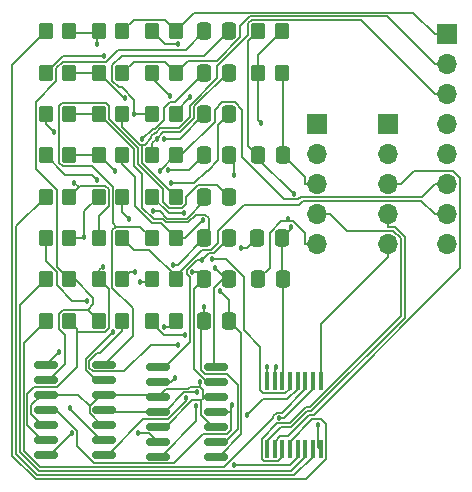
<source format=gbr>
%TF.GenerationSoftware,KiCad,Pcbnew,8.0.4*%
%TF.CreationDate,2024-08-16T22:28:16+02:00*%
%TF.ProjectId,breakout_dac,62726561-6b6f-4757-945f-6461632e6b69,1.1*%
%TF.SameCoordinates,Original*%
%TF.FileFunction,Copper,L1,Top*%
%TF.FilePolarity,Positive*%
%FSLAX46Y46*%
G04 Gerber Fmt 4.6, Leading zero omitted, Abs format (unit mm)*
G04 Created by KiCad (PCBNEW 8.0.4) date 2024-08-16 22:28:16*
%MOMM*%
%LPD*%
G01*
G04 APERTURE LIST*
G04 Aperture macros list*
%AMRoundRect*
0 Rectangle with rounded corners*
0 $1 Rounding radius*
0 $2 $3 $4 $5 $6 $7 $8 $9 X,Y pos of 4 corners*
0 Add a 4 corners polygon primitive as box body*
4,1,4,$2,$3,$4,$5,$6,$7,$8,$9,$2,$3,0*
0 Add four circle primitives for the rounded corners*
1,1,$1+$1,$2,$3*
1,1,$1+$1,$4,$5*
1,1,$1+$1,$6,$7*
1,1,$1+$1,$8,$9*
0 Add four rect primitives between the rounded corners*
20,1,$1+$1,$2,$3,$4,$5,0*
20,1,$1+$1,$4,$5,$6,$7,0*
20,1,$1+$1,$6,$7,$8,$9,0*
20,1,$1+$1,$8,$9,$2,$3,0*%
G04 Aperture macros list end*
%TA.AperFunction,SMDPad,CuDef*%
%ADD10RoundRect,0.150000X0.835000X0.150000X-0.835000X0.150000X-0.835000X-0.150000X0.835000X-0.150000X0*%
%TD*%
%TA.AperFunction,SMDPad,CuDef*%
%ADD11RoundRect,0.250000X-0.350000X-0.450000X0.350000X-0.450000X0.350000X0.450000X-0.350000X0.450000X0*%
%TD*%
%TA.AperFunction,SMDPad,CuDef*%
%ADD12RoundRect,0.250000X-0.337500X-0.475000X0.337500X-0.475000X0.337500X0.475000X-0.337500X0.475000X0*%
%TD*%
%TA.AperFunction,SMDPad,CuDef*%
%ADD13RoundRect,0.150000X-0.835000X-0.150000X0.835000X-0.150000X0.835000X0.150000X-0.835000X0.150000X0*%
%TD*%
%TA.AperFunction,ComponentPad*%
%ADD14R,1.700000X1.700000*%
%TD*%
%TA.AperFunction,ComponentPad*%
%ADD15O,1.700000X1.700000*%
%TD*%
%TA.AperFunction,SMDPad,CuDef*%
%ADD16RoundRect,0.051250X0.153750X-0.733750X0.153750X0.733750X-0.153750X0.733750X-0.153750X-0.733750X0*%
%TD*%
%TA.AperFunction,ViaPad*%
%ADD17C,0.457200*%
%TD*%
%TA.AperFunction,Conductor*%
%ADD18C,0.152400*%
%TD*%
G04 APERTURE END LIST*
D10*
%TO.P,U1,1*%
%TO.N,Net-(C1-Pad2)*%
X76925000Y-127500000D03*
%TO.P,U1,2*%
%TO.N,Net-(C1-Pad1)*%
X76925000Y-126230000D03*
%TO.P,U1,3*%
%TO.N,/VBIAS_DAC*%
X76925000Y-124960000D03*
%TO.P,U1,4*%
%TO.N,/V+DAC*%
X76925000Y-123690000D03*
%TO.P,U1,5*%
%TO.N,/VBIAS_DAC*%
X76925000Y-122420000D03*
%TO.P,U1,6*%
%TO.N,Net-(C2-Pad1)*%
X76925000Y-121150000D03*
%TO.P,U1,7*%
%TO.N,Net-(C2-Pad2)*%
X76925000Y-119880000D03*
%TO.P,U1,8*%
%TO.N,Net-(C3-Pad2)*%
X71975000Y-119880000D03*
%TO.P,U1,9*%
%TO.N,Net-(C3-Pad1)*%
X71975000Y-121150000D03*
%TO.P,U1,10*%
%TO.N,/VBIAS_DAC*%
X71975000Y-122420000D03*
%TO.P,U1,11*%
%TO.N,/V-DAC*%
X71975000Y-123690000D03*
%TO.P,U1,12*%
%TO.N,/VBIAS_DAC*%
X71975000Y-124960000D03*
%TO.P,U1,13*%
%TO.N,Net-(C11-Pad1)*%
X71975000Y-126230000D03*
%TO.P,U1,14*%
%TO.N,Net-(C11-Pad2)*%
X71975000Y-127500000D03*
%TD*%
D11*
%TO.P,R22,1*%
%TO.N,Net-(C11-Pad1)*%
X67000000Y-105500000D03*
%TO.P,R22,2*%
%TO.N,/CVH_DAC*%
X69000000Y-105500000D03*
%TD*%
%TO.P,R20,1*%
%TO.N,Net-(C9-Pad1)*%
X67000000Y-112500000D03*
%TO.P,R20,2*%
%TO.N,/CVF_DAC*%
X69000000Y-112500000D03*
%TD*%
D12*
%TO.P,C9,1*%
%TO.N,Net-(C9-Pad1)*%
X75925000Y-95000000D03*
%TO.P,C9,2*%
%TO.N,Net-(C9-Pad2)*%
X78000000Y-95000000D03*
%TD*%
D11*
%TO.P,R19,1*%
%TO.N,Net-(C8-Pad1)*%
X67000000Y-116000000D03*
%TO.P,R19,2*%
%TO.N,/CVE_DAC*%
X69000000Y-116000000D03*
%TD*%
D12*
%TO.P,C8,1*%
%TO.N,Net-(C8-Pad1)*%
X75925000Y-91500000D03*
%TO.P,C8,2*%
%TO.N,Net-(C8-Pad2)*%
X78000000Y-91500000D03*
%TD*%
D11*
%TO.P,R14,1*%
%TO.N,/VOUTF_DAC*%
X62500000Y-116000000D03*
%TO.P,R14,2*%
%TO.N,Net-(C9-Pad1)*%
X64500000Y-116000000D03*
%TD*%
D13*
%TO.P,U2,1*%
%TO.N,Net-(C8-Pad2)*%
X62500000Y-119730000D03*
%TO.P,U2,2*%
%TO.N,Net-(C8-Pad1)*%
X62500000Y-121000000D03*
%TO.P,U2,3*%
%TO.N,/VBIAS_DAC*%
X62500000Y-122270000D03*
%TO.P,U2,4*%
%TO.N,/V+DAC*%
X62500000Y-123540000D03*
%TO.P,U2,5*%
%TO.N,/VBIAS_DAC*%
X62500000Y-124810000D03*
%TO.P,U2,6*%
%TO.N,Net-(C9-Pad1)*%
X62500000Y-126080000D03*
%TO.P,U2,7*%
%TO.N,Net-(C9-Pad2)*%
X62500000Y-127350000D03*
%TO.P,U2,8*%
%TO.N,Net-(C10-Pad2)*%
X67450000Y-127350000D03*
%TO.P,U2,9*%
%TO.N,Net-(C10-Pad1)*%
X67450000Y-126080000D03*
%TO.P,U2,10*%
%TO.N,/VBIAS_DAC*%
X67450000Y-124810000D03*
%TO.P,U2,11*%
%TO.N,/V-DAC*%
X67450000Y-123540000D03*
%TO.P,U2,12*%
%TO.N,/VBIAS_DAC*%
X67450000Y-122270000D03*
%TO.P,U2,13*%
%TO.N,Net-(C4-Pad1)*%
X67450000Y-121000000D03*
%TO.P,U2,14*%
%TO.N,Net-(C4-Pad2)*%
X67450000Y-119730000D03*
%TD*%
D11*
%TO.P,R18,1*%
%TO.N,/VREF_2V5_DAC*%
X80500000Y-91500000D03*
%TO.P,R18,2*%
%TO.N,/VBIAS_DAC*%
X82500000Y-91500000D03*
%TD*%
%TO.P,R25,1*%
%TO.N,Net-(C10-Pad2)*%
X71500000Y-112500000D03*
%TO.P,R25,2*%
%TO.N,/CVG_DAC*%
X73500000Y-112500000D03*
%TD*%
%TO.P,R1,1*%
%TO.N,/VOUTA_DAC*%
X62500000Y-91500000D03*
%TO.P,R1,2*%
%TO.N,Net-(C1-Pad1)*%
X64500000Y-91500000D03*
%TD*%
D14*
%TO.P,PWRPINS_DAC1,1,Pin_1*%
%TO.N,/V+DAC*%
X85500000Y-99340000D03*
D15*
%TO.P,PWRPINS_DAC1,2,Pin_2*%
%TO.N,/V-DAC*%
X85500000Y-101880000D03*
%TO.P,PWRPINS_DAC1,3,Pin_3*%
%TO.N,GND*%
X85500000Y-104420000D03*
%TO.P,PWRPINS_DAC1,4,Pin_4*%
%TO.N,/VDD_DAC*%
X85500000Y-106960000D03*
%TO.P,PWRPINS_DAC1,5,Pin_5*%
%TO.N,/VREF_2V5_DAC*%
X85500000Y-109500000D03*
%TD*%
D12*
%TO.P,C2,1*%
%TO.N,Net-(C2-Pad1)*%
X75925000Y-112500000D03*
%TO.P,C2,2*%
%TO.N,Net-(C2-Pad2)*%
X78000000Y-112500000D03*
%TD*%
%TO.P,C10,1*%
%TO.N,Net-(C10-Pad1)*%
X75925000Y-98500000D03*
%TO.P,C10,2*%
%TO.N,Net-(C10-Pad2)*%
X78000000Y-98500000D03*
%TD*%
D11*
%TO.P,R17,1*%
%TO.N,/VBIAS_DAC*%
X80500000Y-95000000D03*
%TO.P,R17,2*%
%TO.N,GND*%
X82500000Y-95000000D03*
%TD*%
%TO.P,R8,1*%
%TO.N,Net-(C4-Pad1)*%
X67000000Y-102000000D03*
%TO.P,R8,2*%
%TO.N,/CVD_DAC*%
X69000000Y-102000000D03*
%TD*%
%TO.P,R24,1*%
%TO.N,Net-(C9-Pad2)*%
X71500000Y-102000000D03*
%TO.P,R24,2*%
%TO.N,/CVF_DAC*%
X73500000Y-102000000D03*
%TD*%
%TO.P,R5,1*%
%TO.N,Net-(C1-Pad1)*%
X67000000Y-91500000D03*
%TO.P,R5,2*%
%TO.N,/CVA_DAC*%
X69000000Y-91500000D03*
%TD*%
D12*
%TO.P,C1,1*%
%TO.N,Net-(C1-Pad1)*%
X75925000Y-116000000D03*
%TO.P,C1,2*%
%TO.N,Net-(C1-Pad2)*%
X78000000Y-116000000D03*
%TD*%
D11*
%TO.P,R7,1*%
%TO.N,Net-(C3-Pad1)*%
X67000000Y-98500000D03*
%TO.P,R7,2*%
%TO.N,/CVC_DAC*%
X69000000Y-98500000D03*
%TD*%
%TO.P,R26,1*%
%TO.N,Net-(C11-Pad2)*%
X71500000Y-116000000D03*
%TO.P,R26,2*%
%TO.N,/CVH_DAC*%
X73500000Y-116000000D03*
%TD*%
%TO.P,R4,1*%
%TO.N,/VOUTD_DAC*%
X62500000Y-102000000D03*
%TO.P,R4,2*%
%TO.N,Net-(C4-Pad1)*%
X64500000Y-102000000D03*
%TD*%
%TO.P,R9,1*%
%TO.N,Net-(C1-Pad2)*%
X71500000Y-91500000D03*
%TO.P,R9,2*%
%TO.N,/CVA_DAC*%
X73500000Y-91500000D03*
%TD*%
%TO.P,R16,1*%
%TO.N,/VOUTH_DAC*%
X62500000Y-109000000D03*
%TO.P,R16,2*%
%TO.N,Net-(C11-Pad1)*%
X64500000Y-109000000D03*
%TD*%
%TO.P,R12,1*%
%TO.N,Net-(C4-Pad2)*%
X71500000Y-109000000D03*
%TO.P,R12,2*%
%TO.N,/CVD_DAC*%
X73500000Y-109000000D03*
%TD*%
%TO.P,R13,1*%
%TO.N,/VOUTE_DAC*%
X62500000Y-112500000D03*
%TO.P,R13,2*%
%TO.N,Net-(C8-Pad1)*%
X64500000Y-112500000D03*
%TD*%
%TO.P,R3,1*%
%TO.N,/VOUTC_DAC*%
X62500000Y-98500000D03*
%TO.P,R3,2*%
%TO.N,Net-(C3-Pad1)*%
X64500000Y-98500000D03*
%TD*%
%TO.P,R2,1*%
%TO.N,/VOUTB_DAC*%
X62500000Y-95000000D03*
%TO.P,R2,2*%
%TO.N,Net-(C2-Pad1)*%
X64500000Y-95000000D03*
%TD*%
D12*
%TO.P,C4,1*%
%TO.N,Net-(C4-Pad1)*%
X75925000Y-105500000D03*
%TO.P,C4,2*%
%TO.N,Net-(C4-Pad2)*%
X78000000Y-105500000D03*
%TD*%
%TO.P,C6,1*%
%TO.N,/VREF_2V5_DAC*%
X80500000Y-102000000D03*
%TO.P,C6,2*%
%TO.N,GND*%
X82575000Y-102000000D03*
%TD*%
%TO.P,C11,1*%
%TO.N,Net-(C11-Pad1)*%
X75925000Y-102000000D03*
%TO.P,C11,2*%
%TO.N,Net-(C11-Pad2)*%
X78000000Y-102000000D03*
%TD*%
%TO.P,C7,1*%
%TO.N,/VBIAS_DAC*%
X80425000Y-109000000D03*
%TO.P,C7,2*%
%TO.N,GND*%
X82500000Y-109000000D03*
%TD*%
D11*
%TO.P,R10,1*%
%TO.N,Net-(C2-Pad2)*%
X71500000Y-95000000D03*
%TO.P,R10,2*%
%TO.N,/CVB_DAC*%
X73500000Y-95000000D03*
%TD*%
%TO.P,R15,1*%
%TO.N,/VOUTG_DAC*%
X62500000Y-105500000D03*
%TO.P,R15,2*%
%TO.N,Net-(C10-Pad1)*%
X64500000Y-105500000D03*
%TD*%
D16*
%TO.P,U3,1,~{LDAC}*%
%TO.N,/LDAC_DAC*%
X81225000Y-126870000D03*
%TO.P,U3,2,~{SYNC}*%
%TO.N,/SYNC_DAC*%
X81875000Y-126870000D03*
%TO.P,U3,3,AVDD*%
%TO.N,/VDD_DAC*%
X82525000Y-126870000D03*
%TO.P,U3,4,VOUTA*%
%TO.N,/VOUTA_DAC*%
X83175000Y-126870000D03*
%TO.P,U3,5,VOUTC*%
%TO.N,/VOUTC_DAC*%
X83825000Y-126870000D03*
%TO.P,U3,6,VOUTE*%
%TO.N,/VOUTE_DAC*%
X84475000Y-126870000D03*
%TO.P,U3,7,VOUTG*%
%TO.N,/VOUTG_DAC*%
X85125000Y-126870000D03*
%TO.P,U3,8,VREFIN/VREFOUT*%
%TO.N,/VREF_2V5_DAC*%
X85775000Y-126870000D03*
%TO.P,U3,9,~{CLR}*%
%TO.N,/CLR_DAC*%
X85775000Y-121130000D03*
%TO.P,U3,10,VOUTH*%
%TO.N,/VOUTH_DAC*%
X85125000Y-121130000D03*
%TO.P,U3,11,VOUTF*%
%TO.N,/VOUTF_DAC*%
X84475000Y-121130000D03*
%TO.P,U3,12,VOUTD*%
%TO.N,/VOUTD_DAC*%
X83825000Y-121130000D03*
%TO.P,U3,13,VOUTB*%
%TO.N,/VOUTB_DAC*%
X83175000Y-121130000D03*
%TO.P,U3,14,GND*%
%TO.N,GND*%
X82525000Y-121130000D03*
%TO.P,U3,15,DIN*%
%TO.N,/DIN_DAC*%
X81875000Y-121130000D03*
%TO.P,U3,16,SCLK*%
%TO.N,/SCLK_DAC*%
X81225000Y-121130000D03*
%TD*%
D14*
%TO.P,VOUT_DAC1,1,Pin_1*%
%TO.N,/CVA_DAC*%
X96500000Y-91720000D03*
D15*
%TO.P,VOUT_DAC1,2,Pin_2*%
%TO.N,/CVB_DAC*%
X96500000Y-94260000D03*
%TO.P,VOUT_DAC1,3,Pin_3*%
%TO.N,/CVC_DAC*%
X96500000Y-96800000D03*
%TO.P,VOUT_DAC1,4,Pin_4*%
%TO.N,/CVD_DAC*%
X96500000Y-99340000D03*
%TO.P,VOUT_DAC1,5,Pin_5*%
%TO.N,/CVE_DAC*%
X96500000Y-101880000D03*
%TO.P,VOUT_DAC1,6,Pin_6*%
%TO.N,/CVF_DAC*%
X96500000Y-104420000D03*
%TO.P,VOUT_DAC1,7,Pin_7*%
%TO.N,/CVG_DAC*%
X96500000Y-106960000D03*
%TO.P,VOUT_DAC1,8,Pin_8*%
%TO.N,/CVH_DAC*%
X96500000Y-109500000D03*
%TD*%
D11*
%TO.P,R21,1*%
%TO.N,Net-(C10-Pad1)*%
X67000000Y-109000000D03*
%TO.P,R21,2*%
%TO.N,/CVG_DAC*%
X69000000Y-109000000D03*
%TD*%
%TO.P,R6,1*%
%TO.N,Net-(C2-Pad1)*%
X67000000Y-95000000D03*
%TO.P,R6,2*%
%TO.N,/CVB_DAC*%
X69000000Y-95000000D03*
%TD*%
D12*
%TO.P,C5,1*%
%TO.N,/VREF_2V5_DAC*%
X80500000Y-112500000D03*
%TO.P,C5,2*%
%TO.N,GND*%
X82575000Y-112500000D03*
%TD*%
D11*
%TO.P,R23,1*%
%TO.N,Net-(C8-Pad2)*%
X71500000Y-98500000D03*
%TO.P,R23,2*%
%TO.N,/CVE_DAC*%
X73500000Y-98500000D03*
%TD*%
D14*
%TO.P,SPIPINS_DAC1,1,Pin_1*%
%TO.N,/SCLK_DAC*%
X91500000Y-99340000D03*
D15*
%TO.P,SPIPINS_DAC1,2,Pin_2*%
%TO.N,/DIN_DAC*%
X91500000Y-101880000D03*
%TO.P,SPIPINS_DAC1,3,Pin_3*%
%TO.N,/SYNC_DAC*%
X91500000Y-104420000D03*
%TO.P,SPIPINS_DAC1,4,Pin_4*%
%TO.N,/LDAC_DAC*%
X91500000Y-106960000D03*
%TO.P,SPIPINS_DAC1,5,Pin_5*%
%TO.N,/CLR_DAC*%
X91500000Y-109500000D03*
%TD*%
D11*
%TO.P,R11,1*%
%TO.N,Net-(C3-Pad2)*%
X71500000Y-105500000D03*
%TO.P,R11,2*%
%TO.N,/CVC_DAC*%
X73500000Y-105500000D03*
%TD*%
D12*
%TO.P,C3,1*%
%TO.N,Net-(C3-Pad1)*%
X75925000Y-109000000D03*
%TO.P,C3,2*%
%TO.N,Net-(C3-Pad2)*%
X78000000Y-109000000D03*
%TD*%
D17*
%TO.N,Net-(C1-Pad1)*%
X75867500Y-114866000D03*
X66834900Y-92606100D03*
%TO.N,Net-(C1-Pad2)*%
X73681200Y-92601400D03*
X77226000Y-113453000D03*
%TO.N,Net-(C2-Pad1)*%
X69190200Y-97146200D03*
X74929400Y-111875000D03*
%TO.N,Net-(C2-Pad2)*%
X76816500Y-111509000D03*
X73008500Y-96997200D03*
%TO.N,Net-(C3-Pad2)*%
X74242400Y-106898000D03*
X75719500Y-110854000D03*
%TO.N,Net-(C3-Pad1)*%
X73257400Y-111241000D03*
X73419100Y-120880000D03*
%TO.N,Net-(C4-Pad1)*%
X68192400Y-116957000D03*
X68352100Y-103352000D03*
X71607900Y-106722000D03*
%TO.N,GND*%
X83267700Y-108043000D03*
%TO.N,/VREF_2V5_DAC*%
X83493000Y-105260000D03*
X85584100Y-124822000D03*
X83019400Y-107421000D03*
%TO.N,/VBIAS_DAC*%
X80727200Y-99246700D03*
X79068700Y-109869000D03*
X75540000Y-121224000D03*
%TO.N,Net-(C8-Pad2)*%
X63645800Y-118635000D03*
X70007000Y-98498800D03*
%TO.N,Net-(C9-Pad2)*%
X64708300Y-125507000D03*
X71882600Y-100573000D03*
%TO.N,Net-(C9-Pad1)*%
X70688800Y-100648000D03*
X67331300Y-111408000D03*
%TO.N,Net-(C10-Pad1)*%
X64918700Y-104328000D03*
X72532300Y-100574000D03*
X64575900Y-123358000D03*
%TO.N,Net-(C10-Pad2)*%
X73120800Y-104343000D03*
X70513000Y-112699000D03*
X74402000Y-122546000D03*
%TO.N,Net-(C11-Pad2)*%
X75206800Y-123192000D03*
X78405100Y-103653000D03*
X74264500Y-117217000D03*
%TO.N,Net-(C11-Pad1)*%
X72845200Y-103260000D03*
X65781500Y-108878000D03*
X70273800Y-125508000D03*
%TO.N,/V-DAC*%
X75344700Y-122068000D03*
%TO.N,/V+DAC*%
X78281200Y-123156000D03*
%TO.N,/VOUTB_DAC*%
X67478700Y-93568600D03*
X76592600Y-110782000D03*
%TO.N,/VOUTC_DAC*%
X78440600Y-128230000D03*
X63185400Y-100014000D03*
%TO.N,/VOUTD_DAC*%
X79537900Y-123989000D03*
X66872400Y-104097000D03*
%TO.N,/CVD_DAC*%
X75824700Y-107491000D03*
%TO.N,/VOUTH_DAC*%
X66001100Y-114296000D03*
X82240200Y-124229000D03*
%TO.N,/CVE_DAC*%
X74758700Y-97088400D03*
X73722300Y-118034000D03*
%TO.N,/CVF_DAC*%
X70042600Y-111840000D03*
X72152200Y-103304000D03*
%TO.N,/CVH_DAC*%
X69582800Y-107397000D03*
X72491800Y-116498000D03*
%TO.N,/DIN_DAC*%
X81969800Y-119955000D03*
%TO.N,/SCLK_DAC*%
X81251400Y-119933000D03*
%TD*%
D18*
%TO.N,Net-(C1-Pad1)*%
X76012600Y-120515000D02*
X77860700Y-120515000D01*
X78748400Y-121403000D02*
X78748400Y-125164000D01*
X75925000Y-116000000D02*
X75684900Y-116240000D01*
X77860700Y-120515000D02*
X78748400Y-121403000D01*
X75925000Y-114923000D02*
X75867500Y-114866000D01*
X75684900Y-116240000D02*
X75684900Y-120187000D01*
X75684900Y-120187000D02*
X76012600Y-120515000D01*
X66834900Y-91622900D02*
X66834900Y-92606100D01*
X77682000Y-126230000D02*
X76925000Y-126230000D01*
X64500000Y-91500000D02*
X64622900Y-91622900D01*
X66877100Y-91622900D02*
X67000000Y-91500000D01*
X66834900Y-91622900D02*
X66877100Y-91622900D01*
X75925000Y-116000000D02*
X75925000Y-114923000D01*
X64622900Y-91622900D02*
X66834900Y-91622900D01*
X78748400Y-125164000D02*
X77682000Y-126230000D01*
%TO.N,Net-(C1-Pad2)*%
X71500000Y-91500000D02*
X72601400Y-92601400D01*
X72601400Y-92601400D02*
X73681200Y-92601400D01*
X78000000Y-114227000D02*
X77226000Y-113453000D01*
X78000000Y-116002000D02*
X79061100Y-117063000D01*
X79061100Y-125631000D02*
X77192300Y-127500000D01*
X78000000Y-116000000D02*
X78000000Y-116002000D01*
X77192300Y-127500000D02*
X76925000Y-127500000D01*
X78000000Y-116000000D02*
X78000000Y-114227000D01*
X79061100Y-117063000D02*
X79061100Y-125631000D01*
%TO.N,Net-(C2-Pad1)*%
X64500000Y-95000000D02*
X67000000Y-95000000D01*
X74929400Y-111875000D02*
X75299800Y-111875000D01*
X75087500Y-113338000D02*
X75087500Y-120116000D01*
X75925000Y-112500000D02*
X75087500Y-113338000D01*
X76121800Y-121150000D02*
X76925000Y-121150000D01*
X67000000Y-95000000D02*
X69146200Y-97146200D01*
X75299800Y-111875000D02*
X75925000Y-112500000D01*
X69146200Y-97146200D02*
X69190200Y-97146200D01*
X75087500Y-120116000D02*
X76121800Y-121150000D01*
%TO.N,Net-(C2-Pad2)*%
X73008500Y-96997200D02*
X71500000Y-95488700D01*
X78000000Y-112500000D02*
X77530400Y-112500000D01*
X71500000Y-95488700D02*
X71500000Y-95000000D01*
X77530400Y-112223000D02*
X76816500Y-111509000D01*
X77530400Y-112500000D02*
X77530400Y-112223000D01*
X76767100Y-119722000D02*
X76925000Y-119880000D01*
X77530400Y-112500000D02*
X76767100Y-113263000D01*
X76767100Y-113263000D02*
X76767100Y-119722000D01*
%TO.N,Net-(C3-Pad2)*%
X75301100Y-110854000D02*
X75719500Y-110854000D01*
X74470500Y-111685000D02*
X75301100Y-110854000D01*
X76296000Y-110278000D02*
X75719500Y-110854000D01*
X74470500Y-112065000D02*
X74470500Y-111685000D01*
X71500000Y-105500000D02*
X72898100Y-106898000D01*
X74723400Y-117759000D02*
X74723400Y-112318000D01*
X72898100Y-106898000D02*
X74242400Y-106898000D01*
X76722300Y-110278000D02*
X76296000Y-110278000D01*
X71975000Y-119880000D02*
X72602000Y-119880000D01*
X72602000Y-119880000D02*
X74723400Y-117759000D01*
X78000000Y-109000000D02*
X76722300Y-110278000D01*
X74723400Y-112318000D02*
X74470500Y-112065000D01*
%TO.N,Net-(C3-Pad1)*%
X70656300Y-106426000D02*
X70656300Y-103577000D01*
X72676900Y-107664000D02*
X72425900Y-107413000D01*
X73683800Y-111241000D02*
X73257400Y-111241000D01*
X75925000Y-109000000D02*
X73683800Y-111241000D01*
X64500000Y-98500000D02*
X67000000Y-98500000D01*
X72425900Y-107413000D02*
X71642600Y-107413000D01*
X70656300Y-103577000D02*
X69938900Y-102859000D01*
X69938900Y-102859000D02*
X69938900Y-101439000D01*
X75925000Y-109000000D02*
X76303900Y-108621000D01*
X75190900Y-107032000D02*
X74559500Y-107664000D01*
X76303900Y-108621000D02*
X76303900Y-107321000D01*
X76014800Y-107032000D02*
X75190900Y-107032000D01*
X69938900Y-101439000D02*
X67000000Y-98500000D01*
X71975000Y-121150000D02*
X73149500Y-121150000D01*
X76303900Y-107321000D02*
X76014800Y-107032000D01*
X71642600Y-107413000D02*
X70656300Y-106426000D01*
X73149500Y-121150000D02*
X73419100Y-120880000D01*
X74559500Y-107664000D02*
X72676900Y-107664000D01*
%TO.N,Net-(C4-Pad2)*%
X68149700Y-113218000D02*
X68149700Y-108351000D01*
X63950800Y-102931000D02*
X66418100Y-102931000D01*
X78000000Y-105500000D02*
X77043700Y-104544000D01*
X68149700Y-108351000D02*
X68475400Y-108026000D01*
X74394000Y-106086000D02*
X74045800Y-106435000D01*
X72392100Y-104879000D02*
X70275500Y-102762000D01*
X69860700Y-114929000D02*
X68149700Y-113218000D01*
X74045800Y-106435000D02*
X72910500Y-106435000D01*
X63909200Y-97554500D02*
X63664900Y-97798800D01*
X70525500Y-108026000D02*
X71500000Y-109000000D01*
X70275500Y-102762000D02*
X70275500Y-101332000D01*
X75360900Y-104544000D02*
X74394000Y-105511000D01*
X74394000Y-105511000D02*
X74394000Y-106086000D01*
X67450000Y-119730000D02*
X69860700Y-117319000D01*
X77043700Y-104544000D02*
X75360900Y-104544000D01*
X63664900Y-102645000D02*
X63950800Y-102931000D01*
X68158300Y-107708000D02*
X68475400Y-108026000D01*
X68158300Y-104672000D02*
X68158300Y-107708000D01*
X66418100Y-102931000D02*
X68158300Y-104672000D01*
X69860700Y-117319000D02*
X69860700Y-114929000D01*
X72910500Y-106435000D02*
X72392100Y-105916000D01*
X63664900Y-97798800D02*
X63664900Y-102645000D01*
X67859300Y-98915700D02*
X67859300Y-97848500D01*
X67859300Y-97848500D02*
X67565300Y-97554500D01*
X67565300Y-97554500D02*
X63909200Y-97554500D01*
X68475400Y-108026000D02*
X70525500Y-108026000D01*
X70275500Y-101332000D02*
X67859300Y-98915700D01*
X72392100Y-105916000D02*
X72392100Y-104879000D01*
%TO.N,Net-(C4-Pad1)*%
X64500000Y-102000000D02*
X67000000Y-102000000D01*
X75925000Y-105500000D02*
X75925000Y-105865000D01*
X65896000Y-119253000D02*
X68192400Y-116957000D01*
X75925000Y-105865000D02*
X74432500Y-107357000D01*
X72168600Y-106722000D02*
X71607900Y-106722000D01*
X72803900Y-107357000D02*
X72168600Y-106722000D01*
X67450000Y-121000000D02*
X66750000Y-121000000D01*
X67000000Y-102000000D02*
X68352100Y-103352000D01*
X74432500Y-107357000D02*
X72803900Y-107357000D01*
X65896000Y-120146000D02*
X65896000Y-119253000D01*
X66750000Y-121000000D02*
X65896000Y-120146000D01*
%TO.N,GND*%
X84419700Y-104420000D02*
X84419700Y-103845000D01*
X82500000Y-112425000D02*
X82500000Y-109000000D01*
X82500000Y-95000000D02*
X82575000Y-95075000D01*
X84419700Y-103845000D02*
X82575000Y-102000000D01*
X82575000Y-112500000D02*
X82500000Y-112425000D01*
X82575000Y-112500000D02*
X82575000Y-121080000D01*
X82500000Y-109000000D02*
X83267700Y-108232000D01*
X85500000Y-104420000D02*
X84419700Y-104420000D01*
X82575000Y-121080000D02*
X82525000Y-121130000D01*
X82575000Y-95075000D02*
X82575000Y-102000000D01*
X83267700Y-108232000D02*
X83267700Y-108043000D01*
%TO.N,/VREF_2V5_DAC*%
X85584100Y-126679000D02*
X85584100Y-124822000D01*
X81462500Y-111538000D02*
X80500000Y-112500000D01*
X84419700Y-109500000D02*
X84419700Y-108540000D01*
X80500000Y-102000000D02*
X79668200Y-101168000D01*
X83019400Y-107530000D02*
X82463000Y-107530000D01*
X83019400Y-107530000D02*
X83019400Y-107421000D01*
X82463000Y-107530000D02*
X81462500Y-108530000D01*
X81462500Y-108530000D02*
X81462500Y-111538000D01*
X85500000Y-109500000D02*
X84419700Y-109500000D01*
X79668200Y-92331800D02*
X80500000Y-91500000D01*
X83493000Y-105260000D02*
X80500000Y-102267000D01*
X83409400Y-107530000D02*
X83019400Y-107530000D01*
X85775000Y-126870000D02*
X85584100Y-126679000D01*
X79668200Y-101168000D02*
X79668200Y-92331800D01*
X80500000Y-102267000D02*
X80500000Y-102000000D01*
X84419700Y-108540000D02*
X83409400Y-107530000D01*
%TO.N,/VBIAS_DAC*%
X66224900Y-123841000D02*
X67193600Y-124810000D01*
X61271700Y-123168000D02*
X61271700Y-123856000D01*
X62225600Y-124810000D02*
X62500000Y-124810000D01*
X72678400Y-124960000D02*
X71975000Y-124960000D01*
X71825000Y-122270000D02*
X71975000Y-122420000D01*
X79068700Y-109869000D02*
X79556400Y-109869000D01*
X72653500Y-121742000D02*
X71975000Y-122420000D01*
X74911300Y-122727000D02*
X72678400Y-124960000D01*
X80500000Y-93500000D02*
X82500000Y-91500000D01*
X79556400Y-109869000D02*
X80425000Y-109000000D01*
X74558400Y-121742000D02*
X72653500Y-121742000D01*
X75811500Y-122606000D02*
X75690300Y-122727000D01*
X67190700Y-122270000D02*
X67450000Y-122270000D01*
X75540000Y-121589000D02*
X75540000Y-121224000D01*
X74711300Y-121589000D02*
X74558400Y-121742000D01*
X76658400Y-124960000D02*
X75690300Y-123992000D01*
X76925000Y-124960000D02*
X76658400Y-124960000D01*
X75690300Y-122727000D02*
X74911300Y-122727000D01*
X75811500Y-122420000D02*
X76925000Y-122420000D01*
X66224900Y-123236000D02*
X67190700Y-122270000D01*
X75690300Y-123992000D02*
X75690300Y-122727000D01*
X66224900Y-123236000D02*
X65259100Y-122270000D01*
X62170200Y-122270000D02*
X61271700Y-123168000D01*
X75811500Y-122420000D02*
X75811500Y-122606000D01*
X66224900Y-123236000D02*
X66224900Y-123841000D01*
X80727200Y-99246700D02*
X80500000Y-99019500D01*
X65259100Y-122270000D02*
X62500000Y-122270000D01*
X80500000Y-99019500D02*
X80500000Y-95000000D01*
X61271700Y-123856000D02*
X62225600Y-124810000D01*
X75540000Y-121589000D02*
X74711300Y-121589000D01*
X67193600Y-124810000D02*
X67450000Y-124810000D01*
X67450000Y-122270000D02*
X71825000Y-122270000D01*
X75811500Y-122420000D02*
X75811500Y-121860000D01*
X75811500Y-121860000D02*
X75540000Y-121589000D01*
X80500000Y-95000000D02*
X80500000Y-93500000D01*
X62500000Y-122270000D02*
X62170200Y-122270000D01*
%TO.N,Net-(C8-Pad2)*%
X62550500Y-119730000D02*
X63645800Y-118635000D01*
X68145900Y-94361400D02*
X68145900Y-95669400D01*
X68704200Y-96227700D02*
X68938200Y-96227700D01*
X68145900Y-95669400D02*
X68704200Y-96227700D01*
X75928500Y-93571500D02*
X68935800Y-93571500D01*
X70007000Y-98498800D02*
X71498800Y-98498800D01*
X78000000Y-91500000D02*
X75928500Y-93571500D01*
X68935800Y-93571500D02*
X68145900Y-94361400D01*
X70007000Y-97296500D02*
X70007000Y-98498800D01*
X68938200Y-96227700D02*
X70007000Y-97296500D01*
X71498800Y-98498800D02*
X71500000Y-98500000D01*
X62500000Y-119730000D02*
X62550500Y-119730000D01*
%TO.N,Net-(C8-Pad1)*%
X63585100Y-115396000D02*
X63929900Y-115051000D01*
X61648900Y-103148000D02*
X61648900Y-97458100D01*
X61648900Y-97458100D02*
X63392100Y-95714900D01*
X63432400Y-111432000D02*
X63432400Y-104931000D01*
X66486300Y-114043000D02*
X64943200Y-112500000D01*
X63585100Y-116692000D02*
X63585100Y-115396000D01*
X64943200Y-112500000D02*
X64500000Y-112500000D01*
X66486300Y-114615000D02*
X66486300Y-114043000D01*
X74346900Y-93078100D02*
X75925000Y-91500000D01*
X63929900Y-115051000D02*
X66050700Y-115051000D01*
X63392100Y-95714900D02*
X63392100Y-94610200D01*
X63392100Y-94610200D02*
X63945200Y-94057100D01*
X67641100Y-94057100D02*
X68620100Y-93078100D01*
X62500000Y-121000000D02*
X62807500Y-121000000D01*
X68620100Y-93078100D02*
X74346900Y-93078100D01*
X64114100Y-117221000D02*
X63585100Y-116692000D01*
X62807500Y-121000000D02*
X64114100Y-119693000D01*
X64500000Y-112500000D02*
X63432400Y-111432000D01*
X63432400Y-104931000D02*
X61648900Y-103148000D01*
X64114100Y-119693000D02*
X64114100Y-117221000D01*
X66050700Y-115051000D02*
X67000000Y-116000000D01*
X66050700Y-115051000D02*
X66486300Y-114615000D01*
X63945200Y-94057100D02*
X67641100Y-94057100D01*
%TO.N,Net-(C9-Pad2)*%
X75071500Y-97858100D02*
X75071500Y-98858700D01*
X73902200Y-100028000D02*
X72427800Y-100028000D01*
X62500000Y-127350000D02*
X62865300Y-127350000D01*
X71882600Y-100573000D02*
X71500000Y-100956000D01*
X72427800Y-100028000D02*
X71882600Y-100573000D01*
X62865300Y-127350000D02*
X64708300Y-125507000D01*
X77929500Y-95000000D02*
X77929500Y-95000100D01*
X71500000Y-100956000D02*
X71500000Y-102000000D01*
X77929500Y-95000100D02*
X75071500Y-97858100D01*
X78000000Y-95000000D02*
X77929500Y-95000000D01*
X75071500Y-98858700D02*
X73902200Y-100028000D01*
%TO.N,Net-(C9-Pad1)*%
X61501600Y-121635000D02*
X63454400Y-121635000D01*
X65179100Y-116934000D02*
X67558800Y-116934000D01*
X67000000Y-111740000D02*
X67331300Y-111408000D01*
X62500000Y-126080000D02*
X62229000Y-126080000D01*
X63454400Y-121635000D02*
X65179100Y-119910000D01*
X75925000Y-95000000D02*
X73468900Y-97456100D01*
X67000000Y-112500000D02*
X67000000Y-111740000D01*
X73059900Y-97456100D02*
X72500000Y-98016000D01*
X62229000Y-126080000D02*
X60952800Y-124804000D01*
X72500000Y-99003300D02*
X71717200Y-99786100D01*
X60952800Y-124804000D02*
X60952800Y-122184000D01*
X65179100Y-116934000D02*
X65179100Y-116679000D01*
X67842500Y-113342000D02*
X67000000Y-112500000D01*
X65179100Y-116679000D02*
X64500000Y-116000000D01*
X65179100Y-119910000D02*
X65179100Y-116934000D01*
X67842500Y-116650000D02*
X67842500Y-113342000D01*
X60952800Y-122184000D02*
X61501600Y-121635000D01*
X73468900Y-97456100D02*
X73059900Y-97456100D01*
X71717200Y-99786100D02*
X71550600Y-99786100D01*
X72500000Y-98016000D02*
X72500000Y-99003300D01*
X67558800Y-116934000D02*
X67842500Y-116650000D01*
X71550600Y-99786100D02*
X70688800Y-100648000D01*
%TO.N,Net-(C10-Pad1)*%
X67181200Y-126080000D02*
X64575900Y-123475000D01*
X67839900Y-104859000D02*
X67549200Y-104569000D01*
X75925000Y-98500000D02*
X73850700Y-100574000D01*
X73850700Y-100574000D02*
X72532300Y-100574000D01*
X64575900Y-123475000D02*
X64575900Y-123358000D01*
X65295200Y-104705000D02*
X64918700Y-104328000D01*
X67000000Y-107107000D02*
X67839900Y-106267000D01*
X67549200Y-104569000D02*
X65431300Y-104569000D01*
X65431300Y-104569000D02*
X65295200Y-104705000D01*
X67839900Y-106267000D02*
X67839900Y-104859000D01*
X67000000Y-109000000D02*
X67000000Y-107107000D01*
X65295200Y-104705000D02*
X64500000Y-105500000D01*
X67450000Y-126080000D02*
X67181200Y-126080000D01*
%TO.N,Net-(C10-Pad2)*%
X71301400Y-112699000D02*
X70513000Y-112699000D01*
X78000000Y-98500000D02*
X77115100Y-99384900D01*
X74402000Y-122798000D02*
X74402000Y-122546000D01*
X72875000Y-124325000D02*
X74402000Y-122798000D01*
X77115100Y-99384900D02*
X77115100Y-102404000D01*
X76135300Y-103281000D02*
X75072900Y-104343000D01*
X77115100Y-102404000D02*
X76238800Y-103281000D01*
X67743400Y-127350000D02*
X70768400Y-124325000D01*
X71500000Y-112500000D02*
X71301400Y-112699000D01*
X75072900Y-104343000D02*
X73120800Y-104343000D01*
X67450000Y-127350000D02*
X67743400Y-127350000D01*
X70768400Y-124325000D02*
X72875000Y-124325000D01*
X76238800Y-103281000D02*
X76135300Y-103281000D01*
%TO.N,Net-(C11-Pad2)*%
X78405100Y-102405000D02*
X78405100Y-103653000D01*
X74264500Y-117217000D02*
X72487800Y-117217000D01*
X72487800Y-117217000D02*
X71500000Y-116229000D01*
X72232500Y-127500000D02*
X71975000Y-127500000D01*
X75206800Y-124526000D02*
X72232500Y-127500000D01*
X78000000Y-102000000D02*
X78405100Y-102405000D01*
X75206800Y-123192000D02*
X75206800Y-124526000D01*
X71500000Y-116229000D02*
X71500000Y-116000000D01*
%TO.N,Net-(C11-Pad1)*%
X74665100Y-103260000D02*
X72845200Y-103260000D01*
X71252900Y-125508000D02*
X70273800Y-125508000D01*
X71975000Y-126230000D02*
X71252900Y-125508000D01*
X75925000Y-102000000D02*
X74665100Y-103260000D01*
X65781500Y-106718000D02*
X67000000Y-105500000D01*
X65781500Y-108878000D02*
X65781500Y-106718000D01*
X65659200Y-109000000D02*
X65781500Y-108878000D01*
X64500000Y-109000000D02*
X65659200Y-109000000D01*
%TO.N,/V-DAC*%
X67600000Y-123690000D02*
X67450000Y-123540000D01*
X71975000Y-123690000D02*
X72606300Y-123690000D01*
X71975000Y-123690000D02*
X67600000Y-123690000D01*
X72606300Y-123690000D02*
X74227900Y-122068000D01*
X74227900Y-122068000D02*
X75344700Y-122068000D01*
%TO.N,/V+DAC*%
X78181400Y-123690000D02*
X78181400Y-125270000D01*
X63392700Y-123540000D02*
X62500000Y-123540000D01*
X78181400Y-125270000D02*
X77834100Y-125618000D01*
X75792200Y-125618000D02*
X73373500Y-128036000D01*
X78181400Y-123256000D02*
X78281200Y-123156000D01*
X77834100Y-125618000D02*
X75792200Y-125618000D01*
X66597800Y-128036000D02*
X65168400Y-126607000D01*
X65168400Y-125316000D02*
X63392700Y-123540000D01*
X73373500Y-128036000D02*
X66597800Y-128036000D01*
X65168400Y-126607000D02*
X65168400Y-125316000D01*
X78181400Y-123690000D02*
X78181400Y-123256000D01*
X76925000Y-123690000D02*
X78181400Y-123690000D01*
%TO.N,/VDD_DAC*%
X80789500Y-125984000D02*
X82086000Y-124688000D01*
X84875700Y-123333000D02*
X92593700Y-115615000D01*
X91931700Y-108360000D02*
X87980400Y-108360000D01*
X82158100Y-127905000D02*
X80952800Y-127905000D01*
X92593700Y-109022000D02*
X91931700Y-108360000D01*
X84533800Y-123333000D02*
X84875700Y-123333000D01*
X92593700Y-115615000D02*
X92593700Y-109022000D01*
X87980400Y-108360000D02*
X86580300Y-106960000D01*
X83179400Y-124688000D02*
X84533800Y-123333000D01*
X86580300Y-106960000D02*
X85500000Y-106960000D01*
X80789500Y-127742000D02*
X80789500Y-125984000D01*
X80952800Y-127905000D02*
X80789500Y-127742000D01*
X82525000Y-126870000D02*
X82525000Y-127538000D01*
X82086000Y-124688000D02*
X83179400Y-124688000D01*
X82525000Y-127538000D02*
X82158100Y-127905000D01*
%TO.N,/VOUTA_DAC*%
X86220600Y-124723000D02*
X86220600Y-127717000D01*
X61656400Y-129431000D02*
X59660600Y-127435000D01*
X59660600Y-94339400D02*
X62500000Y-91500000D01*
X83175000Y-126870000D02*
X83175000Y-126234000D01*
X59660600Y-127435000D02*
X59660600Y-94339400D01*
X85060300Y-124349000D02*
X85846000Y-124349000D01*
X83175000Y-126234000D02*
X85060300Y-124349000D01*
X84506800Y-129431000D02*
X61656400Y-129431000D01*
X86220600Y-127717000D02*
X84506800Y-129431000D01*
X85846000Y-124349000D02*
X86220600Y-124723000D01*
%TO.N,/VOUTB_DAC*%
X77775300Y-110782000D02*
X76592600Y-110782000D01*
X80626900Y-118196000D02*
X79252400Y-116821000D01*
X79252400Y-112259000D02*
X77775300Y-110782000D01*
X67478700Y-93568600D02*
X63931400Y-93568600D01*
X63931400Y-93568600D02*
X62500000Y-95000000D01*
X83175000Y-121130000D02*
X83175000Y-121778000D01*
X83175000Y-121778000D02*
X82798000Y-122155000D01*
X80626900Y-121900000D02*
X80626900Y-118196000D01*
X79252400Y-116821000D02*
X79252400Y-112259000D01*
X82798000Y-122155000D02*
X80882200Y-122155000D01*
X80882200Y-122155000D02*
X80626900Y-121900000D01*
%TO.N,/VOUTC_DAC*%
X62500000Y-98500000D02*
X62500000Y-99328800D01*
X83825000Y-127578000D02*
X83173300Y-128230000D01*
X62500000Y-99328800D02*
X63185400Y-100014000D01*
X83825000Y-126870000D02*
X83825000Y-127578000D01*
X83173300Y-128230000D02*
X78440600Y-128230000D01*
%TO.N,/VOUTD_DAC*%
X62500000Y-102000000D02*
X64160700Y-103661000D01*
X66436500Y-103661000D02*
X66872400Y-104097000D01*
X79537900Y-123989000D02*
X80871200Y-122656000D01*
X83825000Y-121778000D02*
X83825000Y-121130000D01*
X82946800Y-122656000D02*
X83825000Y-121778000D01*
X80871200Y-122656000D02*
X82946800Y-122656000D01*
X64160700Y-103661000D02*
X66436500Y-103661000D01*
%TO.N,/CVA_DAC*%
X69935500Y-90564500D02*
X69000000Y-91500000D01*
X72564500Y-90564500D02*
X69935500Y-90564500D01*
X95419700Y-91720000D02*
X93616700Y-89917000D01*
X96500000Y-91720000D02*
X95419700Y-91720000D01*
X93616700Y-89917000D02*
X75083000Y-89917000D01*
X73500000Y-91500000D02*
X72564500Y-90564500D01*
X75083000Y-89917000D02*
X73500000Y-91500000D01*
%TO.N,/CVB_DAC*%
X69935000Y-94065000D02*
X69000000Y-95000000D01*
X73500000Y-95000000D02*
X74515600Y-93984400D01*
X95419700Y-94260000D02*
X96500000Y-94260000D01*
X73500000Y-95000000D02*
X72565000Y-94065000D01*
X74515600Y-93984400D02*
X77008600Y-93984400D01*
X78981700Y-91085300D02*
X79839700Y-90227300D01*
X78981700Y-92011300D02*
X78981700Y-91085300D01*
X91387000Y-90227300D02*
X95419700Y-94260000D01*
X72565000Y-94065000D02*
X69935000Y-94065000D01*
X77008600Y-93984400D02*
X78981700Y-92011300D01*
X79839700Y-90227300D02*
X91387000Y-90227300D01*
%TO.N,/CVC_DAC*%
X89167100Y-90547400D02*
X79953100Y-90547400D01*
X73775200Y-99721500D02*
X72215300Y-99721500D01*
X70877800Y-101108000D02*
X70632700Y-101108000D01*
X77016600Y-94420700D02*
X77016600Y-95479500D01*
X69000000Y-99610500D02*
X70497400Y-101108000D01*
X79668700Y-90831800D02*
X79668700Y-91768600D01*
X69000000Y-98500000D02*
X69000000Y-99610500D01*
X73500000Y-105500000D02*
X70632700Y-102633000D01*
X77016600Y-95479500D02*
X74713200Y-97782900D01*
X72215300Y-99721500D02*
X71844200Y-100093000D01*
X74713200Y-98783500D02*
X73775200Y-99721500D01*
X95419700Y-96800000D02*
X89167100Y-90547400D01*
X71423700Y-100562000D02*
X70877800Y-101108000D01*
X71423700Y-100383000D02*
X71423700Y-100562000D01*
X79953100Y-90547400D02*
X79668700Y-90831800D01*
X71844200Y-100093000D02*
X71714300Y-100093000D01*
X71714300Y-100093000D02*
X71423700Y-100383000D01*
X70632700Y-102633000D02*
X70632700Y-101108000D01*
X70497400Y-101108000D02*
X70632700Y-101108000D01*
X74713200Y-97782900D02*
X74713200Y-98783500D01*
X96500000Y-96800000D02*
X95419700Y-96800000D01*
X79668700Y-91768600D02*
X77016600Y-94420700D01*
%TO.N,/CVD_DAC*%
X71506600Y-107720000D02*
X70096100Y-106310000D01*
X75824700Y-107491000D02*
X74315800Y-109000000D01*
X73500000Y-109000000D02*
X72220500Y-107720000D01*
X69000000Y-102747000D02*
X69000000Y-102000000D01*
X72220500Y-107720000D02*
X71506600Y-107720000D01*
X74315800Y-109000000D02*
X73500000Y-109000000D01*
X70096100Y-106310000D02*
X70096100Y-103843000D01*
X70096100Y-103843000D02*
X69000000Y-102747000D01*
%TO.N,/VOUTE_DAC*%
X84475000Y-127510000D02*
X83240100Y-128745000D01*
X84475000Y-126870000D02*
X84475000Y-127510000D01*
X61891900Y-128745000D02*
X60292500Y-127146000D01*
X83240100Y-128745000D02*
X61891900Y-128745000D01*
X60292500Y-114708000D02*
X62500000Y-112500000D01*
X60292500Y-127146000D02*
X60292500Y-114708000D01*
%TO.N,/VOUTF_DAC*%
X82493200Y-123770000D02*
X82050200Y-123770000D01*
X60622800Y-117877000D02*
X62500000Y-116000000D01*
X60622800Y-127018000D02*
X60622800Y-117877000D01*
X61977700Y-128373000D02*
X60622800Y-127018000D01*
X81781300Y-124229000D02*
X77636800Y-128373000D01*
X84475000Y-121788000D02*
X82493200Y-123770000D01*
X81781300Y-124039000D02*
X81781300Y-124229000D01*
X82050200Y-123770000D02*
X81781300Y-124039000D01*
X84475000Y-121130000D02*
X84475000Y-121788000D01*
X77636800Y-128373000D02*
X61977700Y-128373000D01*
%TO.N,/VOUTG_DAC*%
X59984500Y-108016000D02*
X62500000Y-105500000D01*
X83556600Y-129082000D02*
X61793500Y-129082000D01*
X85125000Y-127514000D02*
X83556600Y-129082000D01*
X61793500Y-129082000D02*
X59984500Y-127273000D01*
X59984500Y-127273000D02*
X59984500Y-108016000D01*
X85125000Y-126870000D02*
X85125000Y-127514000D01*
%TO.N,/VOUTH_DAC*%
X64765500Y-114296000D02*
X66001100Y-114296000D01*
X62500000Y-109000000D02*
X62500000Y-110976000D01*
X63415100Y-111891000D02*
X63415100Y-112946000D01*
X63415100Y-112946000D02*
X64765500Y-114296000D01*
X82684800Y-124229000D02*
X82240200Y-124229000D01*
X85125000Y-121130000D02*
X85125000Y-121789000D01*
X85125000Y-121789000D02*
X82684800Y-124229000D01*
X62500000Y-110976000D02*
X63415100Y-111891000D01*
%TO.N,/CVE_DAC*%
X66202500Y-120019000D02*
X66467700Y-120284000D01*
X66832700Y-118751000D02*
X66202500Y-119381000D01*
X73500000Y-98347100D02*
X74758700Y-97088400D01*
X71421500Y-118034000D02*
X73722300Y-118034000D01*
X69171300Y-120284000D02*
X71421500Y-118034000D01*
X69000000Y-116000000D02*
X69000000Y-116846000D01*
X73500000Y-98500000D02*
X73500000Y-98347100D01*
X66467700Y-120284000D02*
X69171300Y-120284000D01*
X66202500Y-119381000D02*
X66202500Y-120019000D01*
X67095200Y-118751000D02*
X66832700Y-118751000D01*
X69000000Y-116846000D02*
X67095200Y-118751000D01*
%TO.N,/CVF_DAC*%
X70042600Y-111840000D02*
X69659700Y-111840000D01*
X79138300Y-98141600D02*
X79138300Y-102165000D01*
X82701700Y-105729000D02*
X83894700Y-105729000D01*
X73456200Y-102000000D02*
X72152200Y-103304000D01*
X94319000Y-105521000D02*
X95419700Y-104420000D01*
X78516100Y-97519400D02*
X79138300Y-98141600D01*
X69659700Y-111840000D02*
X69000000Y-112500000D01*
X84102600Y-105521000D02*
X94319000Y-105521000D01*
X83894700Y-105729000D02*
X84102600Y-105521000D01*
X77434200Y-97519400D02*
X78516100Y-97519400D01*
X95419700Y-104420000D02*
X96500000Y-104420000D01*
X73500000Y-102000000D02*
X73992900Y-102000000D01*
X76810100Y-99182800D02*
X76810100Y-98143500D01*
X73992900Y-102000000D02*
X76810100Y-99182800D01*
X79138300Y-102165000D02*
X82701700Y-105729000D01*
X76810100Y-98143500D02*
X77434200Y-97519400D01*
X73500000Y-102000000D02*
X73456200Y-102000000D01*
%TO.N,/CVG_DAC*%
X71257000Y-109979000D02*
X73500000Y-112222000D01*
X79260200Y-106202000D02*
X77070400Y-108391000D01*
X95419700Y-106960000D02*
X94313900Y-105854000D01*
X73500000Y-112222000D02*
X73500000Y-112500000D01*
X69000000Y-109000000D02*
X69978800Y-109979000D01*
X94313900Y-105854000D02*
X84318000Y-105854000D01*
X76476400Y-109971000D02*
X75750600Y-109971000D01*
X77070400Y-109377000D02*
X76476400Y-109971000D01*
X84318000Y-105854000D02*
X83970600Y-106202000D01*
X77070400Y-108391000D02*
X77070400Y-109377000D01*
X96500000Y-106960000D02*
X95419700Y-106960000D01*
X75750600Y-109971000D02*
X73500000Y-112222000D01*
X69978800Y-109979000D02*
X71257000Y-109979000D01*
X83970600Y-106202000D02*
X79260200Y-106202000D01*
%TO.N,/CVH_DAC*%
X73500000Y-116000000D02*
X73001500Y-116498000D01*
X69000000Y-106814000D02*
X69000000Y-105500000D01*
X69582800Y-107397000D02*
X69000000Y-106814000D01*
X73001500Y-116498000D02*
X72491800Y-116498000D01*
%TO.N,/CLR_DAC*%
X91500000Y-109500000D02*
X91500000Y-110580000D01*
X91500000Y-110580000D02*
X85775000Y-116305000D01*
X85775000Y-116305000D02*
X85775000Y-121130000D01*
%TO.N,/DIN_DAC*%
X81875000Y-121130000D02*
X81875000Y-120050000D01*
X81875000Y-120050000D02*
X81969800Y-119955000D01*
%TO.N,/SCLK_DAC*%
X81251400Y-121104000D02*
X81251400Y-119933000D01*
X81225000Y-121130000D02*
X81251400Y-121104000D01*
%TO.N,/LDAC_DAC*%
X81225000Y-126208000D02*
X82438300Y-124994000D01*
X92045400Y-108040000D02*
X91500000Y-108040000D01*
X92902400Y-115742000D02*
X92902400Y-108897000D01*
X81225000Y-126870000D02*
X81225000Y-126208000D01*
X91500000Y-108040000D02*
X91500000Y-106960000D01*
X82438300Y-124994000D02*
X83306400Y-124994000D01*
X92902400Y-108897000D02*
X92045400Y-108040000D01*
X84660800Y-123640000D02*
X85004900Y-123640000D01*
X85004900Y-123640000D02*
X92902400Y-115742000D01*
X83306400Y-124994000D02*
X84660800Y-123640000D01*
%TO.N,/SYNC_DAC*%
X81875000Y-126232000D02*
X81875000Y-126870000D01*
X85219200Y-123946000D02*
X84787900Y-123946000D01*
X92580300Y-104420000D02*
X93665300Y-103335000D01*
X82348100Y-125759000D02*
X81875000Y-126232000D01*
X84787900Y-123946000D02*
X82975400Y-125759000D01*
X93665300Y-103335000D02*
X96999800Y-103335000D01*
X91500000Y-104420000D02*
X92580300Y-104420000D01*
X97604300Y-103940000D02*
X97604300Y-111561000D01*
X82975400Y-125759000D02*
X82348100Y-125759000D01*
X96999800Y-103335000D02*
X97604300Y-103940000D01*
X97604300Y-111561000D02*
X85219200Y-123946000D01*
%TD*%
M02*

</source>
